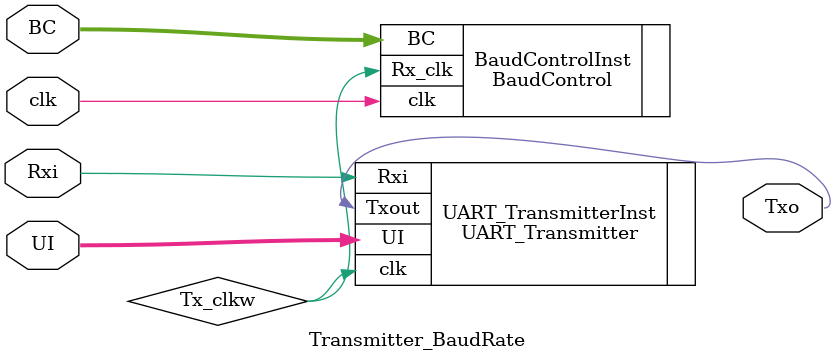
<source format=v>
module Transmitter_BaudRate(
	input clk, //50Mhz
	input Rxi, //receiver that receives the reset signal from the UART receiver
	input [7:0]UI, //User data inputs
	input [2:0]BC, //baud control can include 3 more baud rate selections
	output Txo	 //Transmitted UART signal
	//output Tx_clk
);

	/* baud rate selections (~BC[2]&~BC[1]&BC[0])?Baud_19200:(~BC[2]&BC[1]&~BC[0])?Baud_38400:(~BC[2]&BC[1]&BC[0])?Baud_57600:(BC[2]&~BC[1]&~BC[0])?Baud_115200:Baud_9600;
	50Mhz/bps=clkfrequency/bps
	parameter Baud_9600 = 434; 9600 bauds * 12 = 112500 bps;
	parameter Baud_19200 = 217; 19200 bauds * 12 = 230400 bps;
	parameter Baud_38400 = 108 or 109; 38400 bauds * 12 =  460800 bps; with 108=462963bps
	parameter Baud_57600 = 72; 57600 bauds * 12 = 691200 bps; 694444
	parameter Baud_115200 = 36; 115200 bauds * 12 = 1382400 bps;
	*/
	
	wire Tx_clkw; //modified clk rate for the transmitter	
	
	//assign Tx_clk = Tx_clkw;

	
	BaudControl BaudControlInst(.clk(clk), .BC(BC), .Rx_clk(Tx_clkw));
	
	UART_Transmitter UART_TransmitterInst(.clk(Tx_clkw), .Rxi(Rxi), .UI(UI), .Txout(Txo));
		
endmodule
</source>
